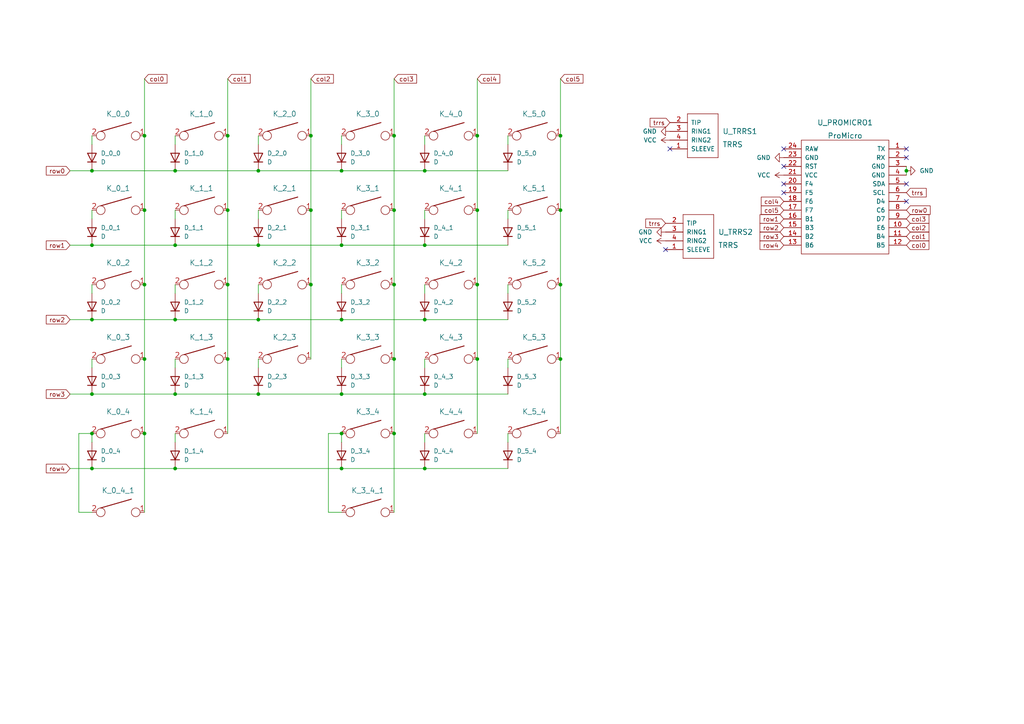
<source format=kicad_sch>
(kicad_sch (version 20211123) (generator eeschema)
  (paper "A4")
  (lib_symbols
    (symbol "Device:D" (pin_numbers hide) (pin_names (offset 1.016) hide)
      (property "Reference" "D" (at 0 2.54 0))
      (property "Value" "D" (at 0 -2.54 0))
      (symbol "D_0_1"
        (polyline (pts (xy -1.27 1.27) (xy -1.27 -1.27)) (stroke (width 0.254)))
        (polyline (pts (xy 1.27 0) (xy -1.27 0)))
        (polyline (pts (xy 1.27 1.27) (xy 1.27 -1.27) (xy -1.27 0) (xy 1.27 1.27)) (stroke (width 0.254)))
      )
      (symbol "D_1_1"
        (pin passive line (at -3.81 0 0) (length 2.54) (name "K") (number "1"))
        (pin passive line (at 3.81 0 180) (length 2.54) (name "A") (number "2"))
      )
    )
    (symbol "keebio:TRRS" (pin_names (offset 1.016))
      (property "Reference" "U" (at 0 15.24 0))
      (property "Value" "TRRS" (at 0 -2.54 0))
      (symbol "TRRS_0_1"
        (rectangle (start -3.81 0) (end -3.81 12.7))
        (rectangle (start -3.81 12.7) (end 5.08 12.7))
        (rectangle (start 5.08 0) (end -3.81 0))
        (rectangle (start 5.08 12.7) (end 5.08 0))
      )
      (symbol "TRRS_1_1"
        (pin input line (at -8.89 2.54 0) (length 5.08) (name "SLEEVE") (number "1"))
        (pin input line (at -8.89 10.16 0) (length 5.08) (name "TIP") (number "2"))
        (pin input line (at -8.89 7.62 0) (length 5.08) (name "RING1") (number "3"))
        (pin input line (at -8.89 5.08 0) (length 5.08) (name "RING2") (number "4"))
      )
    )
    (symbol "keyboard_parts:KEYSW" (pin_names (offset 1.016))
      (property "Reference" "K?" (at -1.27 0 0))
      (symbol "KEYSW_0_1"
        (circle (center -5.08 0) (radius 1.27))
        (polyline (pts (xy -5.08 1.27) (xy 3.81 3.81)) (stroke (width 0.254)))
        (circle (center 5.08 0) (radius 1.27))
      )
      (symbol "KEYSW_1_1"
        (pin passive line (at 7.62 0 180) (length 1.27) (name "~") (number "1"))
        (pin passive line (at -7.62 0 0) (length 1.27) (name "~") (number "2"))
      )
    )
    (symbol "power:GND" (power) (pin_names (offset 0))
      (property "Value" "GND" (at 0 -3.81 0))
      (symbol "GND_0_1"
        (polyline (pts (xy 0 0) (xy 0 -1.27) (xy 1.27 -1.27) (xy 0 -2.54) (xy -1.27 -1.27) (xy 0 -1.27)))
      )
      (symbol "GND_1_1"
        (pin power_in line (at 0 0 270) (length 0) hide (name "GND") (number "1"))
      )
    )
    (symbol "power:VCC" (power) (pin_names (offset 0))
      (property "Value" "VCC" (at 0 3.81 0))
      (symbol "VCC_0_1"
        (polyline (pts (xy -0.762 1.27) (xy 0 2.54)))
        (polyline (pts (xy 0 0) (xy 0 2.54)))
        (polyline (pts (xy 0 2.54) (xy 0.762 1.27)))
      )
      (symbol "VCC_1_1"
        (pin power_in line (at 0 0 90) (length 0) hide (name "VCC") (number "1"))
      )
    )
    (symbol "promicro:ProMicro" (pin_names (offset 1.016))
      (property "Reference" "U" (at 0 24.13 0))
      (property "Value" "ProMicro" (at 0 -13.97 0))
      (symbol "ProMicro_0_1"
        (rectangle (start -12.7 21.59) (end 12.7 -11.43))
      )
      (symbol "ProMicro_1_1"
        (pin bidirectional line (at -17.78 19.05 0) (length 5.08) (name "TX") (number "1"))
        (pin bidirectional line (at -17.78 -3.81 0) (length 5.08) (name "E6") (number "10"))
        (pin bidirectional line (at -17.78 -6.35 0) (length 5.08) (name "B4") (number "11"))
        (pin bidirectional line (at -17.78 -8.89 0) (length 5.08) (name "B5") (number "12"))
        (pin bidirectional line (at 17.78 -8.89 180) (length 5.08) (name "B6") (number "13"))
        (pin bidirectional line (at 17.78 -6.35 180) (length 5.08) (name "B2") (number "14"))
        (pin bidirectional line (at 17.78 -3.81 180) (length 5.08) (name "B3") (number "15"))
        (pin bidirectional line (at 17.78 -1.27 180) (length 5.08) (name "B1") (number "16"))
        (pin bidirectional line (at 17.78 1.27 180) (length 5.08) (name "F7") (number "17"))
        (pin bidirectional line (at 17.78 3.81 180) (length 5.08) (name "F6") (number "18"))
        (pin bidirectional line (at 17.78 6.35 180) (length 5.08) (name "F5") (number "19"))
        (pin bidirectional line (at -17.78 16.51 0) (length 5.08) (name "RX") (number "2"))
        (pin bidirectional line (at 17.78 8.89 180) (length 5.08) (name "F4") (number "20"))
        (pin power_in line (at 17.78 11.43 180) (length 5.08) (name "VCC") (number "21"))
        (pin input line (at 17.78 13.97 180) (length 5.08) (name "RST") (number "22"))
        (pin power_in line (at 17.78 16.51 180) (length 5.08) (name "GND") (number "23"))
        (pin power_out line (at 17.78 19.05 180) (length 5.08) (name "RAW") (number "24"))
        (pin power_in line (at -17.78 13.97 0) (length 5.08) (name "GND") (number "3"))
        (pin power_in line (at -17.78 11.43 0) (length 5.08) (name "GND") (number "4"))
        (pin bidirectional line (at -17.78 8.89 0) (length 5.08) (name "SDA") (number "5"))
        (pin bidirectional line (at -17.78 6.35 0) (length 5.08) (name "SCL") (number "6"))
        (pin bidirectional line (at -17.78 3.81 0) (length 5.08) (name "D4") (number "7"))
        (pin bidirectional line (at -17.78 1.27 0) (length 5.08) (name "C6") (number "8"))
        (pin bidirectional line (at -17.78 -1.27 0) (length 5.08) (name "D7") (number "9"))
      )
    )
  )
  (junction (at 123.19 114.3))
  (junction (at 26.67 49.53))
  (junction (at 90.17 39.37))
  (junction (at 50.8 49.53))
  (junction (at 114.3 39.37))
  (junction (at 66.04 60.96))
  (junction (at 123.19 71.12))
  (junction (at 50.8 71.12))
  (junction (at 66.04 82.55))
  (junction (at 99.06 135.89))
  (junction (at 50.8 114.3))
  (junction (at 41.91 39.37))
  (junction (at 162.56 60.96))
  (junction (at 123.19 49.53))
  (junction (at 138.43 104.14))
  (junction (at 26.67 92.71))
  (junction (at 162.56 39.37))
  (junction (at 99.06 92.71))
  (junction (at 26.67 114.3))
  (junction (at 50.8 92.71))
  (junction (at 138.43 60.96))
  (junction (at 74.93 92.71))
  (junction (at 74.93 49.53))
  (junction (at 114.3 125.73))
  (junction (at 26.67 125.73))
  (junction (at 162.56 104.14))
  (junction (at 99.06 114.3))
  (junction (at 99.06 71.12))
  (junction (at 74.93 71.12))
  (junction (at 41.91 60.96))
  (junction (at 99.06 49.53))
  (junction (at 99.06 125.73))
  (junction (at 41.91 125.73))
  (junction (at 123.19 135.89))
  (junction (at 90.17 60.96))
  (junction (at 66.04 104.14))
  (junction (at 50.8 135.89))
  (junction (at 123.19 92.71))
  (junction (at 138.43 39.37))
  (junction (at 162.56 82.55))
  (junction (at 114.3 82.55))
  (junction (at 262.89 49.53))
  (junction (at 90.17 82.55))
  (junction (at 41.91 104.14))
  (junction (at 26.67 71.12))
  (junction (at 114.3 104.14))
  (junction (at 138.43 82.55))
  (junction (at 26.67 135.89))
  (junction (at 41.91 82.55))
  (junction (at 114.3 60.96))
  (junction (at 74.93 114.3))
  (junction (at 66.04 39.37))
  (no_connect (at 227.33 55.88))
  (no_connect (at 227.33 53.34))
  (no_connect (at 227.33 48.26))
  (no_connect (at 227.33 43.18))
  (no_connect (at 262.89 53.34))
  (no_connect (at 262.89 45.72))
  (no_connect (at 262.89 43.18))
  (no_connect (at 262.89 58.42))
  (no_connect (at 193.04 72.39))
  (no_connect (at 194.31 43.18))
  (wire (pts (xy 41.91 125.73) (xy 41.91 148.59)))
  (wire (pts (xy 20.32 49.53) (xy 26.67 49.53)))
  (wire (pts (xy 26.67 148.59) (xy 22.86 148.59)))
  (wire (pts (xy 66.04 82.55) (xy 66.04 104.14)))
  (wire (pts (xy 123.19 71.12) (xy 147.32 71.12)))
  (wire (pts (xy 74.93 114.3) (xy 99.06 114.3)))
  (wire (pts (xy 123.19 114.3) (xy 147.32 114.3)))
  (wire (pts (xy 66.04 39.37) (xy 66.04 60.96)))
  (wire (pts (xy 41.91 39.37) (xy 41.91 60.96)))
  (wire (pts (xy 74.93 71.12) (xy 99.06 71.12)))
  (wire (pts (xy 262.89 49.53) (xy 262.89 50.8)))
  (wire (pts (xy 66.04 60.96) (xy 66.04 82.55)))
  (wire (pts (xy 20.32 114.3) (xy 26.67 114.3)))
  (wire (pts (xy 262.89 48.26) (xy 262.89 49.53)))
  (wire (pts (xy 162.56 22.86) (xy 162.56 39.37)))
  (wire (pts (xy 50.8 104.14) (xy 50.8 106.68)))
  (wire (pts (xy 22.86 125.73) (xy 26.67 125.73)))
  (wire (pts (xy 147.32 82.55) (xy 147.32 85.09)))
  (wire (pts (xy 74.93 82.55) (xy 74.93 85.09)))
  (wire (pts (xy 50.8 114.3) (xy 74.93 114.3)))
  (wire (pts (xy 74.93 60.96) (xy 74.93 63.5)))
  (wire (pts (xy 26.67 60.96) (xy 26.67 63.5)))
  (wire (pts (xy 74.93 49.53) (xy 99.06 49.53)))
  (wire (pts (xy 162.56 39.37) (xy 162.56 60.96)))
  (wire (pts (xy 123.19 60.96) (xy 123.19 63.5)))
  (wire (pts (xy 41.91 60.96) (xy 41.91 82.55)))
  (wire (pts (xy 114.3 22.86) (xy 114.3 39.37)))
  (wire (pts (xy 162.56 82.55) (xy 162.56 104.14)))
  (wire (pts (xy 20.32 92.71) (xy 26.67 92.71)))
  (wire (pts (xy 50.8 82.55) (xy 50.8 85.09)))
  (wire (pts (xy 147.32 104.14) (xy 147.32 106.68)))
  (wire (pts (xy 99.06 71.12) (xy 123.19 71.12)))
  (wire (pts (xy 90.17 22.86) (xy 90.17 39.37)))
  (wire (pts (xy 162.56 104.14) (xy 162.56 125.73)))
  (wire (pts (xy 138.43 82.55) (xy 138.43 104.14)))
  (wire (pts (xy 123.19 135.89) (xy 147.32 135.89)))
  (wire (pts (xy 95.25 125.73) (xy 99.06 125.73)))
  (wire (pts (xy 26.67 135.89) (xy 50.8 135.89)))
  (wire (pts (xy 20.32 135.89) (xy 26.67 135.89)))
  (wire (pts (xy 41.91 22.86) (xy 41.91 39.37)))
  (wire (pts (xy 41.91 82.55) (xy 41.91 104.14)))
  (wire (pts (xy 114.3 104.14) (xy 114.3 125.73)))
  (wire (pts (xy 26.67 114.3) (xy 50.8 114.3)))
  (wire (pts (xy 99.06 82.55) (xy 99.06 85.09)))
  (wire (pts (xy 74.93 92.71) (xy 99.06 92.71)))
  (wire (pts (xy 26.67 104.14) (xy 26.67 106.68)))
  (wire (pts (xy 26.67 82.55) (xy 26.67 85.09)))
  (wire (pts (xy 90.17 60.96) (xy 90.17 82.55)))
  (wire (pts (xy 99.06 114.3) (xy 123.19 114.3)))
  (wire (pts (xy 26.67 39.37) (xy 26.67 41.91)))
  (wire (pts (xy 50.8 92.71) (xy 74.93 92.71)))
  (wire (pts (xy 26.67 125.73) (xy 26.67 128.27)))
  (wire (pts (xy 99.06 148.59) (xy 95.25 148.59)))
  (wire (pts (xy 50.8 49.53) (xy 74.93 49.53)))
  (wire (pts (xy 123.19 104.14) (xy 123.19 106.68)))
  (wire (pts (xy 50.8 71.12) (xy 74.93 71.12)))
  (wire (pts (xy 123.19 92.71) (xy 147.32 92.71)))
  (wire (pts (xy 74.93 104.14) (xy 74.93 106.68)))
  (wire (pts (xy 138.43 22.86) (xy 138.43 39.37)))
  (wire (pts (xy 66.04 104.14) (xy 66.04 125.73)))
  (wire (pts (xy 99.06 39.37) (xy 99.06 41.91)))
  (wire (pts (xy 99.06 104.14) (xy 99.06 106.68)))
  (wire (pts (xy 20.32 71.12) (xy 26.67 71.12)))
  (wire (pts (xy 50.8 39.37) (xy 50.8 41.91)))
  (wire (pts (xy 50.8 60.96) (xy 50.8 63.5)))
  (wire (pts (xy 50.8 125.73) (xy 50.8 128.27)))
  (wire (pts (xy 22.86 148.59) (xy 22.86 125.73)))
  (wire (pts (xy 123.19 82.55) (xy 123.19 85.09)))
  (wire (pts (xy 26.67 71.12) (xy 50.8 71.12)))
  (wire (pts (xy 147.32 39.37) (xy 147.32 41.91)))
  (wire (pts (xy 138.43 104.14) (xy 138.43 125.73)))
  (wire (pts (xy 74.93 39.37) (xy 74.93 41.91)))
  (wire (pts (xy 123.19 39.37) (xy 123.19 41.91)))
  (wire (pts (xy 26.67 49.53) (xy 50.8 49.53)))
  (wire (pts (xy 114.3 82.55) (xy 114.3 104.14)))
  (wire (pts (xy 99.06 135.89) (xy 123.19 135.89)))
  (wire (pts (xy 123.19 49.53) (xy 147.32 49.53)))
  (wire (pts (xy 162.56 60.96) (xy 162.56 82.55)))
  (wire (pts (xy 99.06 60.96) (xy 99.06 63.5)))
  (wire (pts (xy 26.67 92.71) (xy 50.8 92.71)))
  (wire (pts (xy 95.25 148.59) (xy 95.25 125.73)))
  (wire (pts (xy 50.8 135.89) (xy 99.06 135.89)))
  (wire (pts (xy 66.04 22.86) (xy 66.04 39.37)))
  (wire (pts (xy 99.06 92.71) (xy 123.19 92.71)))
  (wire (pts (xy 41.91 104.14) (xy 41.91 125.73)))
  (wire (pts (xy 99.06 49.53) (xy 123.19 49.53)))
  (wire (pts (xy 138.43 39.37) (xy 138.43 60.96)))
  (wire (pts (xy 114.3 125.73) (xy 114.3 148.59)))
  (wire (pts (xy 114.3 39.37) (xy 114.3 60.96)))
  (wire (pts (xy 99.06 125.73) (xy 99.06 128.27)))
  (wire (pts (xy 147.32 125.73) (xy 147.32 128.27)))
  (wire (pts (xy 123.19 125.73) (xy 123.19 128.27)))
  (wire (pts (xy 138.43 60.96) (xy 138.43 82.55)))
  (wire (pts (xy 90.17 39.37) (xy 90.17 60.96)))
  (wire (pts (xy 114.3 60.96) (xy 114.3 82.55)))
  (wire (pts (xy 147.32 60.96) (xy 147.32 63.5)))
  (wire (pts (xy 90.17 82.55) (xy 90.17 104.14)))
  (global_label "col5" (shape input) (at 227.33 60.96 180) (property "Intersheet References" "${INTERSHEET_REFS}" (effects hide)))
  (global_label "col3" (shape input) (at 262.89 63.5 0) (property "Intersheet References" "${INTERSHEET_REFS}" (effects hide)))
  (global_label "row4" (shape input) (at 227.33 71.12 180) (property "Intersheet References" "${INTERSHEET_REFS}" (effects hide)))
  (global_label "trrs" (shape input) (at 194.31 35.56 180) (property "Intersheet References" "${INTERSHEET_REFS}" (effects hide)))
  (global_label "col4" (shape input) (at 138.43 22.86 0) (property "Intersheet References" "${INTERSHEET_REFS}" (effects hide)))
  (global_label "row2" (shape input) (at 227.33 66.04 180) (property "Intersheet References" "${INTERSHEET_REFS}" (effects hide)))
  (global_label "trrs" (shape input) (at 262.89 55.88 0) (property "Intersheet References" "${INTERSHEET_REFS}" (effects hide)))
  (global_label "col1" (shape input) (at 66.04 22.86 0) (property "Intersheet References" "${INTERSHEET_REFS}" (effects hide)))
  (global_label "col2" (shape input) (at 262.89 66.04 0) (property "Intersheet References" "${INTERSHEET_REFS}" (effects hide)))
  (global_label "col3" (shape input) (at 114.3 22.86 0) (property "Intersheet References" "${INTERSHEET_REFS}" (effects hide)))
  (global_label "row4" (shape input) (at 20.32 135.89 180) (property "Intersheet References" "${INTERSHEET_REFS}" (effects hide)))
  (global_label "col4" (shape input) (at 227.33 58.42 180) (property "Intersheet References" "${INTERSHEET_REFS}" (effects hide)))
  (global_label "col5" (shape input) (at 162.56 22.86 0) (property "Intersheet References" "${INTERSHEET_REFS}" (effects hide)))
  (global_label "row2" (shape input) (at 20.32 92.71 180) (property "Intersheet References" "${INTERSHEET_REFS}" (effects hide)))
  (global_label "row1" (shape input) (at 20.32 71.12 180) (property "Intersheet References" "${INTERSHEET_REFS}" (effects hide)))
  (global_label "row0" (shape input) (at 262.89 60.96 0) (property "Intersheet References" "${INTERSHEET_REFS}" (effects hide)))
  (global_label "col0" (shape input) (at 41.91 22.86 0) (property "Intersheet References" "${INTERSHEET_REFS}" (effects hide)))
  (global_label "col0" (shape input) (at 262.89 71.12 0) (property "Intersheet References" "${INTERSHEET_REFS}" (effects hide)))
  (global_label "trrs" (shape input) (at 193.04 64.77 180) (property "Intersheet References" "${INTERSHEET_REFS}" (effects hide)))
  (global_label "row1" (shape input) (at 227.33 63.5 180) (property "Intersheet References" "${INTERSHEET_REFS}" (effects hide)))
  (global_label "row3" (shape input) (at 227.33 68.58 180) (property "Intersheet References" "${INTERSHEET_REFS}" (effects hide)))
  (global_label "row3" (shape input) (at 20.32 114.3 180) (property "Intersheet References" "${INTERSHEET_REFS}" (effects hide)))
  (global_label "col1" (shape input) (at 262.89 68.58 0) (property "Intersheet References" "${INTERSHEET_REFS}" (effects hide)))
  (global_label "row0" (shape input) (at 20.32 49.53 180) (property "Intersheet References" "${INTERSHEET_REFS}" (effects hide)))
  (global_label "col2" (shape input) (at 90.17 22.86 0) (property "Intersheet References" "${INTERSHEET_REFS}" (effects hide)))
  (symbol (lib_id "keyboard_parts:KEYSW") (at 58.42 60.96 0) (unit 1)
    (property "Reference" "K_1_1" (at 58.42 54.61 0) (effects (font (size 1.524 1.524))))
    (property "Value" "KEYSW" (effects hide))
    (property "Footprint" "Switch_Keyboard_Hotswap_Kailh:SW_Hotswap_Kailh_Choc_V1_1.00u" (effects hide))
  )
  (symbol (lib_id "keyboard_parts:KEYSW") (at 154.94 82.55 0) (unit 1)
    (property "Reference" "K_5_2" (at 154.94 76.2 0) (effects (font (size 1.524 1.524))))
    (property "Value" "KEYSW" (effects hide))
    (property "Footprint" "Switch_Keyboard_Hotswap_Kailh:SW_Hotswap_Kailh_Choc_V1_1.00u" (effects hide))
  )
  (symbol (lib_id "Device:D") (at 147.32 132.08 90) (unit 1)
    (property "Reference" "D_5_4" (at 149.86 130.8099 90) (effects (justify right)))
    (property "Value" "D" (at 149.86 133.3499 90) (effects (justify right)))
    (property "Footprint" "keyboard_parts:D_SOD123" (effects hide))
  )
  (symbol (lib_id "keyboard_parts:KEYSW") (at 58.42 39.37 0) (unit 1)
    (property "Reference" "K_1_0" (at 58.42 33.02 0) (effects (font (size 1.524 1.524))))
    (property "Value" "KEYSW" (effects hide))
    (property "Footprint" "Switch_Keyboard_Hotswap_Kailh:SW_Hotswap_Kailh_Choc_V1_1.00u" (effects hide))
  )
  (symbol (lib_id "keebio:TRRS") (at 203.2 45.72 0) (unit 1)
    (property "Reference" "U_TRRS1" (at 209.55 38.1 0) (effects (font (size 1.524 1.524)) (justify left)))
    (property "Value" "TRRS" (at 209.55 41.91 0) (effects (font (size 1.524 1.524)) (justify left)))
    (property "Footprint" "Keebio-Parts:TRRS-PJ-320A" (effects hide))
  )
  (symbol (lib_id "keyboard_parts:KEYSW") (at 34.29 60.96 0) (unit 1)
    (property "Reference" "K_0_1" (at 34.29 54.61 0) (effects (font (size 1.524 1.524))))
    (property "Value" "KEYSW" (effects hide))
    (property "Footprint" "Switch_Keyboard_Hotswap_Kailh:SW_Hotswap_Kailh_Choc_V1_1.00u" (effects hide))
  )
  (symbol (lib_id "keyboard_parts:KEYSW") (at 154.94 39.37 0) (unit 1)
    (property "Reference" "K_5_0" (at 154.94 33.02 0) (effects (font (size 1.524 1.524))))
    (property "Value" "KEYSW" (effects hide))
    (property "Footprint" "Switch_Keyboard_Hotswap_Kailh:SW_Hotswap_Kailh_Choc_V1_1.00u" (effects hide))
  )
  (symbol (lib_id "keyboard_parts:KEYSW") (at 154.94 60.96 0) (unit 1)
    (property "Reference" "K_5_1" (at 154.94 54.61 0) (effects (font (size 1.524 1.524))))
    (property "Value" "KEYSW" (effects hide))
    (property "Footprint" "Switch_Keyboard_Hotswap_Kailh:SW_Hotswap_Kailh_Choc_V1_1.00u" (effects hide))
  )
  (symbol (lib_id "Device:D") (at 74.93 45.72 90) (unit 1)
    (property "Reference" "D_2_0" (at 77.47 44.4499 90) (effects (justify right)))
    (property "Value" "D" (at 77.47 46.9899 90) (effects (justify right)))
    (property "Footprint" "keyboard_parts:D_SOD123" (effects hide))
  )
  (symbol (lib_id "Device:D") (at 99.06 110.49 90) (unit 1)
    (property "Reference" "D_3_3" (at 101.6 109.2199 90) (effects (justify right)))
    (property "Value" "D" (at 101.6 111.7599 90) (effects (justify right)))
    (property "Footprint" "keyboard_parts:D_SOD123" (effects hide))
  )
  (symbol (lib_id "keyboard_parts:KEYSW") (at 130.81 82.55 0) (unit 1)
    (property "Reference" "K_4_2" (at 130.81 76.2 0) (effects (font (size 1.524 1.524))))
    (property "Value" "KEYSW" (effects hide))
    (property "Footprint" "Switch_Keyboard_Hotswap_Kailh:SW_Hotswap_Kailh_Choc_V1_1.00u" (effects hide))
  )
  (symbol (lib_id "power:GND") (at 262.89 49.53 90) (unit 1)
    (property "Reference" "#PWR0105" (effects hide))
    (property "Value" "GND" (at 266.7 49.5299 90) (effects (justify right)))
  )
  (symbol (lib_id "power:GND") (at 193.04 67.31 270) (unit 1)
    (property "Reference" "#PWR0102" (effects hide))
    (property "Value" "GND" (at 189.23 67.3099 90) (effects (justify right)))
  )
  (symbol (lib_id "keyboard_parts:KEYSW") (at 58.42 125.73 0) (unit 1)
    (property "Reference" "K_1_4" (at 58.42 119.38 0) (effects (font (size 1.524 1.524))))
    (property "Value" "KEYSW" (effects hide))
    (property "Footprint" "Switch_Keyboard_Hotswap_Kailh:SW_Hotswap_Kailh_Choc_V1_1.00u" (effects hide))
  )
  (symbol (lib_id "keyboard_parts:KEYSW") (at 130.81 125.73 0) (unit 1)
    (property "Reference" "K_4_4" (at 130.81 119.38 0) (effects (font (size 1.524 1.524))))
    (property "Value" "KEYSW" (effects hide))
    (property "Footprint" "Switch_Keyboard_Hotswap_Kailh:SW_Hotswap_Kailh_Choc_V1_1.00u" (effects hide))
  )
  (symbol (lib_id "Device:D") (at 123.19 110.49 90) (unit 1)
    (property "Reference" "D_4_3" (at 125.73 109.2199 90) (effects (justify right)))
    (property "Value" "D" (at 125.73 111.7599 90) (effects (justify right)))
    (property "Footprint" "keyboard_parts:D_SOD123" (effects hide))
  )
  (symbol (lib_id "keyboard_parts:KEYSW") (at 130.81 60.96 0) (unit 1)
    (property "Reference" "K_4_1" (at 130.81 54.61 0) (effects (font (size 1.524 1.524))))
    (property "Value" "KEYSW" (effects hide))
    (property "Footprint" "Switch_Keyboard_Hotswap_Kailh:SW_Hotswap_Kailh_Choc_V1_1.00u" (effects hide))
  )
  (symbol (lib_id "Device:D") (at 50.8 110.49 90) (unit 1)
    (property "Reference" "D_1_3" (at 53.34 109.2199 90) (effects (justify right)))
    (property "Value" "D" (at 53.34 111.7599 90) (effects (justify right)))
    (property "Footprint" "keyboard_parts:D_SOD123" (effects hide))
  )
  (symbol (lib_id "Device:D") (at 50.8 67.31 90) (unit 1)
    (property "Reference" "D_1_1" (at 53.34 66.0399 90) (effects (justify right)))
    (property "Value" "D" (at 53.34 68.5799 90) (effects (justify right)))
    (property "Footprint" "keyboard_parts:D_SOD123" (effects hide))
  )
  (symbol (lib_id "Device:D") (at 74.93 88.9 90) (unit 1)
    (property "Reference" "D_2_2" (at 77.47 87.6299 90) (effects (justify right)))
    (property "Value" "D" (at 77.47 90.1699 90) (effects (justify right)))
    (property "Footprint" "keyboard_parts:D_SOD123" (effects hide))
  )
  (symbol (lib_id "keyboard_parts:KEYSW") (at 106.68 60.96 0) (unit 1)
    (property "Reference" "K_3_1" (at 106.68 54.61 0) (effects (font (size 1.524 1.524))))
    (property "Value" "KEYSW" (effects hide))
    (property "Footprint" "Switch_Keyboard_Hotswap_Kailh:SW_Hotswap_Kailh_Choc_V1_1.00u" (effects hide))
  )
  (symbol (lib_id "Device:D") (at 74.93 67.31 90) (unit 1)
    (property "Reference" "D_2_1" (at 77.47 66.0399 90) (effects (justify right)))
    (property "Value" "D" (at 77.47 68.5799 90) (effects (justify right)))
    (property "Footprint" "keyboard_parts:D_SOD123" (effects hide))
  )
  (symbol (lib_id "Device:D") (at 147.32 67.31 90) (unit 1)
    (property "Reference" "D_5_1" (at 149.86 66.0399 90) (effects (justify right)))
    (property "Value" "D" (at 149.86 68.5799 90) (effects (justify right)))
    (property "Footprint" "keyboard_parts:D_SOD123" (effects hide))
  )
  (symbol (lib_id "keyboard_parts:KEYSW") (at 106.68 82.55 0) (unit 1)
    (property "Reference" "K_3_2" (at 106.68 76.2 0) (effects (font (size 1.524 1.524))))
    (property "Value" "KEYSW" (effects hide))
    (property "Footprint" "Switch_Keyboard_Hotswap_Kailh:SW_Hotswap_Kailh_Choc_V1_1.00u" (effects hide))
  )
  (symbol (lib_id "Device:D") (at 50.8 88.9 90) (unit 1)
    (property "Reference" "D_1_2" (at 53.34 87.6299 90) (effects (justify right)))
    (property "Value" "D" (at 53.34 90.1699 90) (effects (justify right)))
    (property "Footprint" "keyboard_parts:D_SOD123" (effects hide))
  )
  (symbol (lib_id "keyboard_parts:KEYSW") (at 154.94 125.73 0) (unit 1)
    (property "Reference" "K_5_4" (at 154.94 119.38 0) (effects (font (size 1.524 1.524))))
    (property "Value" "KEYSW" (effects hide))
    (property "Footprint" "Switch_Keyboard_Hotswap_Kailh:SW_Hotswap_Kailh_Choc_V1_1.00u" (effects hide))
  )
  (symbol (lib_id "keyboard_parts:KEYSW") (at 34.29 82.55 0) (unit 1)
    (property "Reference" "K_0_2" (at 34.29 76.2 0) (effects (font (size 1.524 1.524))))
    (property "Value" "KEYSW" (effects hide))
    (property "Footprint" "Switch_Keyboard_Hotswap_Kailh:SW_Hotswap_Kailh_Choc_V1_1.00u" (effects hide))
  )
  (symbol (lib_id "keyboard_parts:KEYSW") (at 106.68 125.73 0) (unit 1)
    (property "Reference" "K_3_4" (at 106.68 119.38 0) (effects (font (size 1.524 1.524))))
    (property "Value" "KEYSW" (effects hide))
    (property "Footprint" "Switch_Keyboard_Hotswap_Kailh:SW_Hotswap_Kailh_Choc_V1_1.00u" (effects hide))
  )
  (symbol (lib_id "Device:D") (at 147.32 110.49 90) (unit 1)
    (property "Reference" "D_5_3" (at 149.86 109.2199 90) (effects (justify right)))
    (property "Value" "D" (at 149.86 111.7599 90) (effects (justify right)))
    (property "Footprint" "keyboard_parts:D_SOD123" (effects hide))
  )
  (symbol (lib_id "Device:D") (at 74.93 110.49 90) (unit 1)
    (property "Reference" "D_2_3" (at 77.47 109.2199 90) (effects (justify right)))
    (property "Value" "D" (at 77.47 111.7599 90) (effects (justify right)))
    (property "Footprint" "keyboard_parts:D_SOD123" (effects hide))
  )
  (symbol (lib_id "Device:D") (at 99.06 67.31 90) (unit 1)
    (property "Reference" "D_3_1" (at 101.6 66.0399 90) (effects (justify right)))
    (property "Value" "D" (at 101.6 68.5799 90) (effects (justify right)))
    (property "Footprint" "keyboard_parts:D_SOD123" (effects hide))
  )
  (symbol (lib_id "keyboard_parts:KEYSW") (at 58.42 82.55 0) (unit 1)
    (property "Reference" "K_1_2" (at 58.42 76.2 0) (effects (font (size 1.524 1.524))))
    (property "Value" "KEYSW" (effects hide))
    (property "Footprint" "Switch_Keyboard_Hotswap_Kailh:SW_Hotswap_Kailh_Choc_V1_1.00u" (effects hide))
  )
  (symbol (lib_id "keyboard_parts:KEYSW") (at 82.55 39.37 0) (unit 1)
    (property "Reference" "K_2_0" (at 82.55 33.02 0) (effects (font (size 1.524 1.524))))
    (property "Value" "KEYSW" (effects hide))
    (property "Footprint" "Switch_Keyboard_Hotswap_Kailh:SW_Hotswap_Kailh_Choc_V1_1.00u" (effects hide))
  )
  (symbol (lib_id "Device:D") (at 50.8 45.72 90) (unit 1)
    (property "Reference" "D_1_0" (at 53.34 44.4499 90) (effects (justify right)))
    (property "Value" "D" (at 53.34 46.9899 90) (effects (justify right)))
    (property "Footprint" "keyboard_parts:D_SOD123" (effects hide))
  )
  (symbol (lib_id "keebio:TRRS") (at 201.93 74.93 0) (unit 1)
    (property "Reference" "U_TRRS2" (at 208.28 67.31 0) (effects (font (size 1.524 1.524)) (justify left)))
    (property "Value" "TRRS" (at 208.28 71.12 0) (effects (font (size 1.524 1.524)) (justify left)))
    (property "Footprint" "Keebio-Parts:TRRS-PJ-320A" (effects hide))
  )
  (symbol (lib_id "promicro:ProMicro") (at 245.11 62.23 0) (mirror y) (unit 1)
    (property "Reference" "U_PROMICRO1" (at 245.11 35.56 0) (effects (font (size 1.524 1.524))))
    (property "Value" "ProMicro" (at 245.11 39.37 0) (effects (font (size 1.524 1.524))))
    (property "Footprint" "promicro:ProMicro" (effects hide))
  )
  (symbol (lib_id "Device:D") (at 99.06 88.9 90) (unit 1)
    (property "Reference" "D_3_2" (at 101.6 87.6299 90) (effects (justify right)))
    (property "Value" "D" (at 101.6 90.1699 90) (effects (justify right)))
    (property "Footprint" "keyboard_parts:D_SOD123" (effects hide))
  )
  (symbol (lib_id "Device:D") (at 26.67 45.72 90) (unit 1)
    (property "Reference" "D_0_0" (at 29.21 44.4499 90) (effects (justify right)))
    (property "Value" "D" (at 29.21 46.9899 90) (effects (justify right)))
    (property "Footprint" "keyboard_parts:D_SOD123" (effects hide))
  )
  (symbol (lib_id "keyboard_parts:KEYSW") (at 82.55 82.55 0) (unit 1)
    (property "Reference" "K_2_2" (at 82.55 76.2 0) (effects (font (size 1.524 1.524))))
    (property "Value" "KEYSW" (effects hide))
    (property "Footprint" "Switch_Keyboard_Hotswap_Kailh:SW_Hotswap_Kailh_Choc_V1_1.00u" (effects hide))
  )
  (symbol (lib_id "Device:D") (at 26.67 110.49 90) (unit 1)
    (property "Reference" "D_0_3" (at 29.21 109.2199 90) (effects (justify right)))
    (property "Value" "D" (at 29.21 111.7599 90) (effects (justify right)))
    (property "Footprint" "keyboard_parts:D_SOD123" (effects hide))
  )
  (symbol (lib_id "keyboard_parts:KEYSW") (at 106.68 104.14 0) (unit 1)
    (property "Reference" "K_3_3" (at 106.68 97.79 0) (effects (font (size 1.524 1.524))))
    (property "Value" "KEYSW" (effects hide))
    (property "Footprint" "Switch_Keyboard_Hotswap_Kailh:SW_Hotswap_Kailh_Choc_V1_1.00u" (effects hide))
  )
  (symbol (lib_id "Device:D") (at 99.06 45.72 90) (unit 1)
    (property "Reference" "D_3_0" (at 101.6 44.4499 90) (effects (justify right)))
    (property "Value" "D" (at 101.6 46.9899 90) (effects (justify right)))
    (property "Footprint" "keyboard_parts:D_SOD123" (effects hide))
  )
  (symbol (lib_id "keyboard_parts:KEYSW") (at 106.68 148.59 0) (unit 1)
    (property "Reference" "K_3_4_1" (at 106.68 142.24 0) (effects (font (size 1.524 1.524))))
    (property "Value" "KEYSW" (effects hide))
    (property "Footprint" "Switch_Keyboard_Hotswap_Kailh:SW_Hotswap_Kailh_Choc_V1_1.00u" (effects hide))
  )
  (symbol (lib_id "power:GND") (at 227.33 45.72 270) (unit 1)
    (property "Reference" "#PWR0107" (effects hide))
    (property "Value" "GND" (at 223.52 45.7199 90) (effects (justify right)))
  )
  (symbol (lib_id "keyboard_parts:KEYSW") (at 34.29 104.14 0) (unit 1)
    (property "Reference" "K_0_3" (at 34.29 97.79 0) (effects (font (size 1.524 1.524))))
    (property "Value" "KEYSW" (effects hide))
    (property "Footprint" "Switch_Keyboard_Hotswap_Kailh:SW_Hotswap_Kailh_Choc_V1_1.00u" (effects hide))
  )
  (symbol (lib_id "power:VCC") (at 194.31 40.64 90) (unit 1)
    (property "Reference" "#PWR0103" (effects hide))
    (property "Value" "VCC" (at 190.5 40.6399 90) (effects (justify left)))
  )
  (symbol (lib_id "power:VCC") (at 193.04 69.85 90) (unit 1)
    (property "Reference" "#PWR0101" (effects hide))
    (property "Value" "VCC" (at 189.23 69.8499 90) (effects (justify left)))
  )
  (symbol (lib_id "Device:D") (at 26.67 67.31 90) (unit 1)
    (property "Reference" "D_0_1" (at 29.21 66.0399 90) (effects (justify right)))
    (property "Value" "D" (at 29.21 68.5799 90) (effects (justify right)))
    (property "Footprint" "keyboard_parts:D_SOD123" (effects hide))
  )
  (symbol (lib_id "keyboard_parts:KEYSW") (at 82.55 104.14 0) (unit 1)
    (property "Reference" "K_2_3" (at 82.55 97.79 0) (effects (font (size 1.524 1.524))))
    (property "Value" "KEYSW" (effects hide))
    (property "Footprint" "Switch_Keyboard_Hotswap_Kailh:SW_Hotswap_Kailh_Choc_V1_1.00u" (effects hide))
  )
  (symbol (lib_id "keyboard_parts:KEYSW") (at 130.81 104.14 0) (unit 1)
    (property "Reference" "K_4_3" (at 130.81 97.79 0) (effects (font (size 1.524 1.524))))
    (property "Value" "KEYSW" (effects hide))
    (property "Footprint" "Switch_Keyboard_Hotswap_Kailh:SW_Hotswap_Kailh_Choc_V1_1.00u" (effects hide))
  )
  (symbol (lib_id "keyboard_parts:KEYSW") (at 130.81 39.37 0) (unit 1)
    (property "Reference" "K_4_0" (at 130.81 33.02 0) (effects (font (size 1.524 1.524))))
    (property "Value" "KEYSW" (effects hide))
    (property "Footprint" "Switch_Keyboard_Hotswap_Kailh:SW_Hotswap_Kailh_Choc_V1_1.00u" (effects hide))
  )
  (symbol (lib_id "keyboard_parts:KEYSW") (at 82.55 60.96 0) (unit 1)
    (property "Reference" "K_2_1" (at 82.55 54.61 0) (effects (font (size 1.524 1.524))))
    (property "Value" "KEYSW" (effects hide))
    (property "Footprint" "Switch_Keyboard_Hotswap_Kailh:SW_Hotswap_Kailh_Choc_V1_1.00u" (effects hide))
  )
  (symbol (lib_id "Device:D") (at 123.19 88.9 90) (unit 1)
    (property "Reference" "D_4_2" (at 125.73 87.6299 90) (effects (justify right)))
    (property "Value" "D" (at 125.73 90.1699 90) (effects (justify right)))
    (property "Footprint" "keyboard_parts:D_SOD123" (effects hide))
  )
  (symbol (lib_id "power:GND") (at 194.31 38.1 270) (unit 1)
    (property "Reference" "#PWR0104" (effects hide))
    (property "Value" "GND" (at 190.5 38.0999 90) (effects (justify right)))
  )
  (symbol (lib_id "keyboard_parts:KEYSW") (at 106.68 39.37 0) (unit 1)
    (property "Reference" "K_3_0" (at 106.68 33.02 0) (effects (font (size 1.524 1.524))))
    (property "Value" "KEYSW" (effects hide))
    (property "Footprint" "Switch_Keyboard_Hotswap_Kailh:SW_Hotswap_Kailh_Choc_V1_1.00u" (effects hide))
  )
  (symbol (lib_id "Device:D") (at 147.32 88.9 90) (unit 1)
    (property "Reference" "D_5_2" (at 149.86 87.6299 90) (effects (justify right)))
    (property "Value" "D" (at 149.86 90.1699 90) (effects (justify right)))
    (property "Footprint" "keyboard_parts:D_SOD123" (effects hide))
  )
  (symbol (lib_id "Device:D") (at 147.32 45.72 90) (unit 1)
    (property "Reference" "D_5_0" (at 149.86 44.4499 90) (effects (justify right)))
    (property "Value" "D" (at 149.86 46.9899 90) (effects (justify right)))
    (property "Footprint" "keyboard_parts:D_SOD123" (effects hide))
  )
  (symbol (lib_id "Device:D") (at 123.19 45.72 90) (unit 1)
    (property "Reference" "D_4_0" (at 125.73 44.4499 90) (effects (justify right)))
    (property "Value" "D" (at 125.73 46.9899 90) (effects (justify right)))
    (property "Footprint" "keyboard_parts:D_SOD123" (effects hide))
  )
  (symbol (lib_id "keyboard_parts:KEYSW") (at 154.94 104.14 0) (unit 1)
    (property "Reference" "K_5_3" (at 154.94 97.79 0) (effects (font (size 1.524 1.524))))
    (property "Value" "KEYSW" (effects hide))
    (property "Footprint" "Switch_Keyboard_Hotswap_Kailh:SW_Hotswap_Kailh_Choc_V1_1.00u" (effects hide))
  )
  (symbol (lib_id "Device:D") (at 99.06 132.08 90) (unit 1)
    (property "Reference" "D_3_4" (at 101.6 130.8099 90) (effects (justify right)))
    (property "Value" "D" (at 101.6 133.3499 90) (effects (justify right)))
    (property "Footprint" "keyboard_parts:D_SOD123" (effects hide))
  )
  (symbol (lib_id "keyboard_parts:KEYSW") (at 58.42 104.14 0) (unit 1)
    (property "Reference" "K_1_3" (at 58.42 97.79 0) (effects (font (size 1.524 1.524))))
    (property "Value" "KEYSW" (effects hide))
    (property "Footprint" "Switch_Keyboard_Hotswap_Kailh:SW_Hotswap_Kailh_Choc_V1_1.00u" (effects hide))
  )
  (symbol (lib_id "keyboard_parts:KEYSW") (at 34.29 39.37 0) (unit 1)
    (property "Reference" "K_0_0" (at 34.29 33.02 0) (effects (font (size 1.524 1.524))))
    (property "Value" "KEYSW" (effects hide))
    (property "Footprint" "Switch_Keyboard_Hotswap_Kailh:SW_Hotswap_Kailh_Choc_V1_1.00u" (effects hide))
  )
  (symbol (lib_id "power:VCC") (at 227.33 50.8 90) (unit 1)
    (property "Reference" "#PWR0106" (effects hide))
    (property "Value" "VCC" (at 223.52 50.7999 90) (effects (justify left)))
  )
  (symbol (lib_id "Device:D") (at 26.67 132.08 90) (unit 1)
    (property "Reference" "D_0_4" (at 29.21 130.8099 90) (effects (justify right)))
    (property "Value" "D" (at 29.21 133.3499 90) (effects (justify right)))
    (property "Footprint" "keyboard_parts:D_SOD123" (effects hide))
  )
  (symbol (lib_id "Device:D") (at 26.67 88.9 90) (unit 1)
    (property "Reference" "D_0_2" (at 29.21 87.6299 90) (effects (justify right)))
    (property "Value" "D" (at 29.21 90.1699 90) (effects (justify right)))
    (property "Footprint" "keyboard_parts:D_SOD123" (effects hide))
  )
  (symbol (lib_id "Device:D") (at 50.8 132.08 90) (unit 1)
    (property "Reference" "D_1_4" (at 53.34 130.8099 90) (effects (justify right)))
    (property "Value" "D" (at 53.34 133.3499 90) (effects (justify right)))
    (property "Footprint" "keyboard_parts:D_SOD123" (effects hide))
  )
  (symbol (lib_id "Device:D") (at 123.19 132.08 90) (unit 1)
    (property "Reference" "D_4_4" (at 125.73 130.8099 90) (effects (justify right)))
    (property "Value" "D" (at 125.73 133.3499 90) (effects (justify right)))
    (property "Footprint" "keyboard_parts:D_SOD123" (effects hide))
  )
  (symbol (lib_id "keyboard_parts:KEYSW") (at 34.29 148.59 0) (unit 1)
    (property "Reference" "K_0_4_1" (at 34.29 142.24 0) (effects (font (size 1.524 1.524))))
    (property "Value" "KEYSW" (effects hide))
    (property "Footprint" "Switch_Keyboard_Hotswap_Kailh:SW_Hotswap_Kailh_Choc_V1_1.00u" (effects hide))
  )
  (symbol (lib_id "keyboard_parts:KEYSW") (at 34.29 125.73 0) (unit 1)
    (property "Reference" "K_0_4" (at 34.29 119.38 0) (effects (font (size 1.524 1.524))))
    (property "Value" "KEYSW" (effects hide))
    (property "Footprint" "Switch_Keyboard_Hotswap_Kailh:SW_Hotswap_Kailh_Choc_V1_1.00u" (effects hide))
  )
  (symbol (lib_id "Device:D") (at 123.19 67.31 90) (unit 1)
    (property "Reference" "D_4_1" (at 125.73 66.0399 90) (effects (justify right)))
    (property "Value" "D" (at 125.73 68.5799 90) (effects (justify right)))
    (property "Footprint" "keyboard_parts:D_SOD123" (effects hide))
  )
)
</source>
